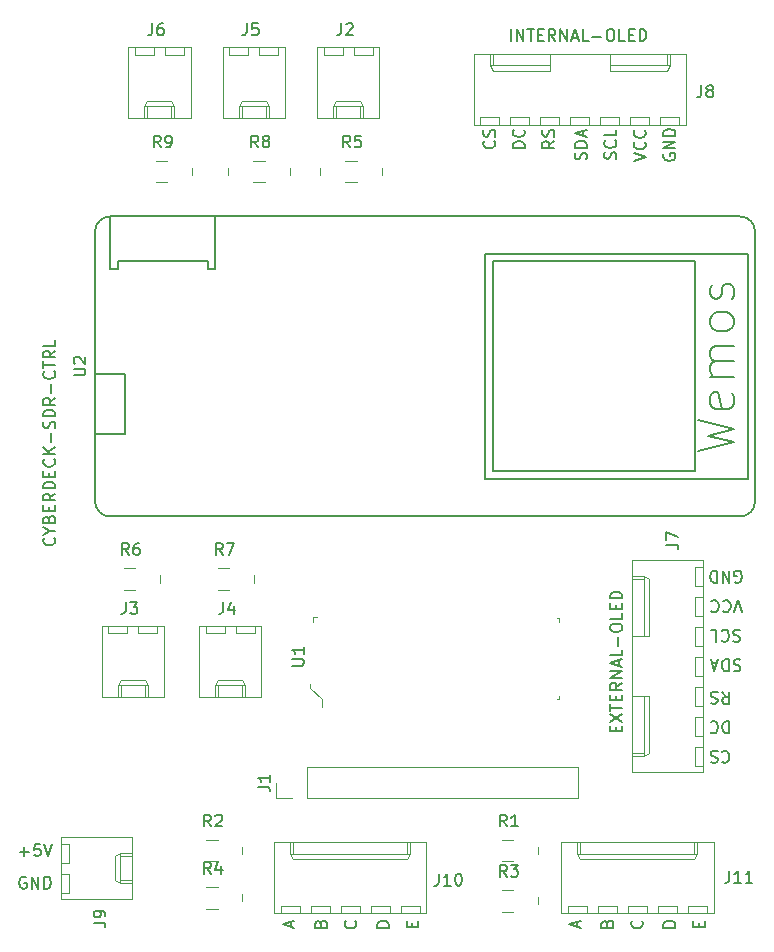
<source format=gto>
G04 #@! TF.GenerationSoftware,KiCad,Pcbnew,(5.1.8)-1*
G04 #@! TF.CreationDate,2021-06-27T16:21:36+02:00*
G04 #@! TF.ProjectId,sdr-controller,7364722d-636f-46e7-9472-6f6c6c65722e,rev?*
G04 #@! TF.SameCoordinates,Original*
G04 #@! TF.FileFunction,Legend,Top*
G04 #@! TF.FilePolarity,Positive*
%FSLAX46Y46*%
G04 Gerber Fmt 4.6, Leading zero omitted, Abs format (unit mm)*
G04 Created by KiCad (PCBNEW (5.1.8)-1) date 2021-06-27 16:21:37*
%MOMM*%
%LPD*%
G01*
G04 APERTURE LIST*
%ADD10C,0.200000*%
%ADD11C,0.150000*%
%ADD12C,0.120000*%
%ADD13C,0.100000*%
%ADD14R,2.000000X2.600000*%
%ADD15O,2.000000X2.600000*%
%ADD16R,2.600000X2.000000*%
%ADD17O,2.600000X2.000000*%
%ADD18R,1.500000X1.800000*%
%ADD19C,1.800000*%
%ADD20C,1.600000*%
%ADD21R,1.600000X1.600000*%
%ADD22R,1.700000X1.700000*%
%ADD23O,1.700000X1.700000*%
G04 APERTURE END LIST*
D10*
X43357142Y-80523809D02*
X43404761Y-80571428D01*
X43452380Y-80714285D01*
X43452380Y-80809523D01*
X43404761Y-80952380D01*
X43309523Y-81047619D01*
X43214285Y-81095238D01*
X43023809Y-81142857D01*
X42880952Y-81142857D01*
X42690476Y-81095238D01*
X42595238Y-81047619D01*
X42500000Y-80952380D01*
X42452380Y-80809523D01*
X42452380Y-80714285D01*
X42500000Y-80571428D01*
X42547619Y-80523809D01*
X42976190Y-79904761D02*
X43452380Y-79904761D01*
X42452380Y-80238095D02*
X42976190Y-79904761D01*
X42452380Y-79571428D01*
X42928571Y-78904761D02*
X42976190Y-78761904D01*
X43023809Y-78714285D01*
X43119047Y-78666666D01*
X43261904Y-78666666D01*
X43357142Y-78714285D01*
X43404761Y-78761904D01*
X43452380Y-78857142D01*
X43452380Y-79238095D01*
X42452380Y-79238095D01*
X42452380Y-78904761D01*
X42500000Y-78809523D01*
X42547619Y-78761904D01*
X42642857Y-78714285D01*
X42738095Y-78714285D01*
X42833333Y-78761904D01*
X42880952Y-78809523D01*
X42928571Y-78904761D01*
X42928571Y-79238095D01*
X42928571Y-78238095D02*
X42928571Y-77904761D01*
X43452380Y-77761904D02*
X43452380Y-78238095D01*
X42452380Y-78238095D01*
X42452380Y-77761904D01*
X43452380Y-76761904D02*
X42976190Y-77095238D01*
X43452380Y-77333333D02*
X42452380Y-77333333D01*
X42452380Y-76952380D01*
X42500000Y-76857142D01*
X42547619Y-76809523D01*
X42642857Y-76761904D01*
X42785714Y-76761904D01*
X42880952Y-76809523D01*
X42928571Y-76857142D01*
X42976190Y-76952380D01*
X42976190Y-77333333D01*
X43452380Y-76333333D02*
X42452380Y-76333333D01*
X42452380Y-76095238D01*
X42500000Y-75952380D01*
X42595238Y-75857142D01*
X42690476Y-75809523D01*
X42880952Y-75761904D01*
X43023809Y-75761904D01*
X43214285Y-75809523D01*
X43309523Y-75857142D01*
X43404761Y-75952380D01*
X43452380Y-76095238D01*
X43452380Y-76333333D01*
X42928571Y-75333333D02*
X42928571Y-75000000D01*
X43452380Y-74857142D02*
X43452380Y-75333333D01*
X42452380Y-75333333D01*
X42452380Y-74857142D01*
X43357142Y-73857142D02*
X43404761Y-73904761D01*
X43452380Y-74047619D01*
X43452380Y-74142857D01*
X43404761Y-74285714D01*
X43309523Y-74380952D01*
X43214285Y-74428571D01*
X43023809Y-74476190D01*
X42880952Y-74476190D01*
X42690476Y-74428571D01*
X42595238Y-74380952D01*
X42500000Y-74285714D01*
X42452380Y-74142857D01*
X42452380Y-74047619D01*
X42500000Y-73904761D01*
X42547619Y-73857142D01*
X43452380Y-73428571D02*
X42452380Y-73428571D01*
X43452380Y-72857142D02*
X42880952Y-73285714D01*
X42452380Y-72857142D02*
X43023809Y-73428571D01*
X43071428Y-72428571D02*
X43071428Y-71666666D01*
X43404761Y-71238095D02*
X43452380Y-71095238D01*
X43452380Y-70857142D01*
X43404761Y-70761904D01*
X43357142Y-70714285D01*
X43261904Y-70666666D01*
X43166666Y-70666666D01*
X43071428Y-70714285D01*
X43023809Y-70761904D01*
X42976190Y-70857142D01*
X42928571Y-71047619D01*
X42880952Y-71142857D01*
X42833333Y-71190476D01*
X42738095Y-71238095D01*
X42642857Y-71238095D01*
X42547619Y-71190476D01*
X42500000Y-71142857D01*
X42452380Y-71047619D01*
X42452380Y-70809523D01*
X42500000Y-70666666D01*
X43452380Y-70238095D02*
X42452380Y-70238095D01*
X42452380Y-70000000D01*
X42500000Y-69857142D01*
X42595238Y-69761904D01*
X42690476Y-69714285D01*
X42880952Y-69666666D01*
X43023809Y-69666666D01*
X43214285Y-69714285D01*
X43309523Y-69761904D01*
X43404761Y-69857142D01*
X43452380Y-70000000D01*
X43452380Y-70238095D01*
X43452380Y-68666666D02*
X42976190Y-69000000D01*
X43452380Y-69238095D02*
X42452380Y-69238095D01*
X42452380Y-68857142D01*
X42500000Y-68761904D01*
X42547619Y-68714285D01*
X42642857Y-68666666D01*
X42785714Y-68666666D01*
X42880952Y-68714285D01*
X42928571Y-68761904D01*
X42976190Y-68857142D01*
X42976190Y-69238095D01*
X43071428Y-68238095D02*
X43071428Y-67476190D01*
X43357142Y-66428571D02*
X43404761Y-66476190D01*
X43452380Y-66619047D01*
X43452380Y-66714285D01*
X43404761Y-66857142D01*
X43309523Y-66952380D01*
X43214285Y-67000000D01*
X43023809Y-67047619D01*
X42880952Y-67047619D01*
X42690476Y-67000000D01*
X42595238Y-66952380D01*
X42500000Y-66857142D01*
X42452380Y-66714285D01*
X42452380Y-66619047D01*
X42500000Y-66476190D01*
X42547619Y-66428571D01*
X42452380Y-66142857D02*
X42452380Y-65571428D01*
X43452380Y-65857142D02*
X42452380Y-65857142D01*
X43452380Y-64666666D02*
X42976190Y-65000000D01*
X43452380Y-65238095D02*
X42452380Y-65238095D01*
X42452380Y-64857142D01*
X42500000Y-64761904D01*
X42547619Y-64714285D01*
X42642857Y-64666666D01*
X42785714Y-64666666D01*
X42880952Y-64714285D01*
X42928571Y-64761904D01*
X42976190Y-64857142D01*
X42976190Y-65238095D01*
X43452380Y-63761904D02*
X43452380Y-64238095D01*
X42452380Y-64238095D01*
D11*
X40464285Y-107071428D02*
X41226190Y-107071428D01*
X40845238Y-107452380D02*
X40845238Y-106690476D01*
X42178571Y-106452380D02*
X41702380Y-106452380D01*
X41654761Y-106928571D01*
X41702380Y-106880952D01*
X41797619Y-106833333D01*
X42035714Y-106833333D01*
X42130952Y-106880952D01*
X42178571Y-106928571D01*
X42226190Y-107023809D01*
X42226190Y-107261904D01*
X42178571Y-107357142D01*
X42130952Y-107404761D01*
X42035714Y-107452380D01*
X41797619Y-107452380D01*
X41702380Y-107404761D01*
X41654761Y-107357142D01*
X42511904Y-106452380D02*
X42845238Y-107452380D01*
X43178571Y-106452380D01*
X40988095Y-109250000D02*
X40892857Y-109202380D01*
X40750000Y-109202380D01*
X40607142Y-109250000D01*
X40511904Y-109345238D01*
X40464285Y-109440476D01*
X40416666Y-109630952D01*
X40416666Y-109773809D01*
X40464285Y-109964285D01*
X40511904Y-110059523D01*
X40607142Y-110154761D01*
X40750000Y-110202380D01*
X40845238Y-110202380D01*
X40988095Y-110154761D01*
X41035714Y-110107142D01*
X41035714Y-109773809D01*
X40845238Y-109773809D01*
X41464285Y-110202380D02*
X41464285Y-109202380D01*
X42035714Y-110202380D01*
X42035714Y-109202380D01*
X42511904Y-110202380D02*
X42511904Y-109202380D01*
X42750000Y-109202380D01*
X42892857Y-109250000D01*
X42988095Y-109345238D01*
X43035714Y-109440476D01*
X43083333Y-109630952D01*
X43083333Y-109773809D01*
X43035714Y-109964285D01*
X42988095Y-110059523D01*
X42892857Y-110154761D01*
X42750000Y-110202380D01*
X42511904Y-110202380D01*
X87666666Y-113488095D02*
X87666666Y-113011904D01*
X87952380Y-113583333D02*
X86952380Y-113250000D01*
X87952380Y-112916666D01*
X97928571Y-113464285D02*
X97928571Y-113130952D01*
X98452380Y-112988095D02*
X98452380Y-113464285D01*
X97452380Y-113464285D01*
X97452380Y-112988095D01*
X93107142Y-112940476D02*
X93154761Y-112988095D01*
X93202380Y-113130952D01*
X93202380Y-113226190D01*
X93154761Y-113369047D01*
X93059523Y-113464285D01*
X92964285Y-113511904D01*
X92773809Y-113559523D01*
X92630952Y-113559523D01*
X92440476Y-113511904D01*
X92345238Y-113464285D01*
X92250000Y-113369047D01*
X92202380Y-113226190D01*
X92202380Y-113130952D01*
X92250000Y-112988095D01*
X92297619Y-112940476D01*
X95952380Y-113511904D02*
X94952380Y-113511904D01*
X94952380Y-113273809D01*
X95000000Y-113130952D01*
X95095238Y-113035714D01*
X95190476Y-112988095D01*
X95380952Y-112940476D01*
X95523809Y-112940476D01*
X95714285Y-112988095D01*
X95809523Y-113035714D01*
X95904761Y-113130952D01*
X95952380Y-113273809D01*
X95952380Y-113511904D01*
X90178571Y-113178571D02*
X90226190Y-113035714D01*
X90273809Y-112988095D01*
X90369047Y-112940476D01*
X90511904Y-112940476D01*
X90607142Y-112988095D01*
X90654761Y-113035714D01*
X90702380Y-113130952D01*
X90702380Y-113511904D01*
X89702380Y-113511904D01*
X89702380Y-113178571D01*
X89750000Y-113083333D01*
X89797619Y-113035714D01*
X89892857Y-112988095D01*
X89988095Y-112988095D01*
X90083333Y-113035714D01*
X90130952Y-113083333D01*
X90178571Y-113178571D01*
X90178571Y-113511904D01*
X63416666Y-113488095D02*
X63416666Y-113011904D01*
X63702380Y-113583333D02*
X62702380Y-113250000D01*
X63702380Y-112916666D01*
X73678571Y-113464285D02*
X73678571Y-113130952D01*
X74202380Y-112988095D02*
X74202380Y-113464285D01*
X73202380Y-113464285D01*
X73202380Y-112988095D01*
X68857142Y-112940476D02*
X68904761Y-112988095D01*
X68952380Y-113130952D01*
X68952380Y-113226190D01*
X68904761Y-113369047D01*
X68809523Y-113464285D01*
X68714285Y-113511904D01*
X68523809Y-113559523D01*
X68380952Y-113559523D01*
X68190476Y-113511904D01*
X68095238Y-113464285D01*
X68000000Y-113369047D01*
X67952380Y-113226190D01*
X67952380Y-113130952D01*
X68000000Y-112988095D01*
X68047619Y-112940476D01*
X65928571Y-113178571D02*
X65976190Y-113035714D01*
X66023809Y-112988095D01*
X66119047Y-112940476D01*
X66261904Y-112940476D01*
X66357142Y-112988095D01*
X66404761Y-113035714D01*
X66452380Y-113130952D01*
X66452380Y-113511904D01*
X65452380Y-113511904D01*
X65452380Y-113178571D01*
X65500000Y-113083333D01*
X65547619Y-113035714D01*
X65642857Y-112988095D01*
X65738095Y-112988095D01*
X65833333Y-113035714D01*
X65880952Y-113083333D01*
X65928571Y-113178571D01*
X65928571Y-113511904D01*
X71702380Y-113511904D02*
X70702380Y-113511904D01*
X70702380Y-113273809D01*
X70750000Y-113130952D01*
X70845238Y-113035714D01*
X70940476Y-112988095D01*
X71130952Y-112940476D01*
X71273809Y-112940476D01*
X71464285Y-112988095D01*
X71559523Y-113035714D01*
X71654761Y-113130952D01*
X71702380Y-113273809D01*
X71702380Y-113511904D01*
X90928571Y-96880952D02*
X90928571Y-96547619D01*
X91452380Y-96404761D02*
X91452380Y-96880952D01*
X90452380Y-96880952D01*
X90452380Y-96404761D01*
X90452380Y-96071428D02*
X91452380Y-95404761D01*
X90452380Y-95404761D02*
X91452380Y-96071428D01*
X90452380Y-95166666D02*
X90452380Y-94595238D01*
X91452380Y-94880952D02*
X90452380Y-94880952D01*
X90928571Y-94261904D02*
X90928571Y-93928571D01*
X91452380Y-93785714D02*
X91452380Y-94261904D01*
X90452380Y-94261904D01*
X90452380Y-93785714D01*
X91452380Y-92785714D02*
X90976190Y-93119047D01*
X91452380Y-93357142D02*
X90452380Y-93357142D01*
X90452380Y-92976190D01*
X90500000Y-92880952D01*
X90547619Y-92833333D01*
X90642857Y-92785714D01*
X90785714Y-92785714D01*
X90880952Y-92833333D01*
X90928571Y-92880952D01*
X90976190Y-92976190D01*
X90976190Y-93357142D01*
X91452380Y-92357142D02*
X90452380Y-92357142D01*
X91452380Y-91785714D01*
X90452380Y-91785714D01*
X91166666Y-91357142D02*
X91166666Y-90880952D01*
X91452380Y-91452380D02*
X90452380Y-91119047D01*
X91452380Y-90785714D01*
X91452380Y-89976190D02*
X91452380Y-90452380D01*
X90452380Y-90452380D01*
X91071428Y-89642857D02*
X91071428Y-88880952D01*
X90452380Y-88214285D02*
X90452380Y-88023809D01*
X90500000Y-87928571D01*
X90595238Y-87833333D01*
X90785714Y-87785714D01*
X91119047Y-87785714D01*
X91309523Y-87833333D01*
X91404761Y-87928571D01*
X91452380Y-88023809D01*
X91452380Y-88214285D01*
X91404761Y-88309523D01*
X91309523Y-88404761D01*
X91119047Y-88452380D01*
X90785714Y-88452380D01*
X90595238Y-88404761D01*
X90500000Y-88309523D01*
X90452380Y-88214285D01*
X91452380Y-86880952D02*
X91452380Y-87357142D01*
X90452380Y-87357142D01*
X90928571Y-86547619D02*
X90928571Y-86214285D01*
X91452380Y-86071428D02*
X91452380Y-86547619D01*
X90452380Y-86547619D01*
X90452380Y-86071428D01*
X91452380Y-85642857D02*
X90452380Y-85642857D01*
X90452380Y-85404761D01*
X90500000Y-85261904D01*
X90595238Y-85166666D01*
X90690476Y-85119047D01*
X90880952Y-85071428D01*
X91023809Y-85071428D01*
X91214285Y-85119047D01*
X91309523Y-85166666D01*
X91404761Y-85261904D01*
X91452380Y-85404761D01*
X91452380Y-85642857D01*
X99916666Y-93547619D02*
X100250000Y-94023809D01*
X100488095Y-93547619D02*
X100488095Y-94547619D01*
X100107142Y-94547619D01*
X100011904Y-94500000D01*
X99964285Y-94452380D01*
X99916666Y-94357142D01*
X99916666Y-94214285D01*
X99964285Y-94119047D01*
X100011904Y-94071428D01*
X100107142Y-94023809D01*
X100488095Y-94023809D01*
X99535714Y-93595238D02*
X99392857Y-93547619D01*
X99154761Y-93547619D01*
X99059523Y-93595238D01*
X99011904Y-93642857D01*
X98964285Y-93738095D01*
X98964285Y-93833333D01*
X99011904Y-93928571D01*
X99059523Y-93976190D01*
X99154761Y-94023809D01*
X99345238Y-94071428D01*
X99440476Y-94119047D01*
X99488095Y-94166666D01*
X99535714Y-94261904D01*
X99535714Y-94357142D01*
X99488095Y-94452380D01*
X99440476Y-94500000D01*
X99345238Y-94547619D01*
X99107142Y-94547619D01*
X98964285Y-94500000D01*
X101583333Y-86797619D02*
X101250000Y-85797619D01*
X100916666Y-86797619D01*
X100011904Y-85892857D02*
X100059523Y-85845238D01*
X100202380Y-85797619D01*
X100297619Y-85797619D01*
X100440476Y-85845238D01*
X100535714Y-85940476D01*
X100583333Y-86035714D01*
X100630952Y-86226190D01*
X100630952Y-86369047D01*
X100583333Y-86559523D01*
X100535714Y-86654761D01*
X100440476Y-86750000D01*
X100297619Y-86797619D01*
X100202380Y-86797619D01*
X100059523Y-86750000D01*
X100011904Y-86702380D01*
X99011904Y-85892857D02*
X99059523Y-85845238D01*
X99202380Y-85797619D01*
X99297619Y-85797619D01*
X99440476Y-85845238D01*
X99535714Y-85940476D01*
X99583333Y-86035714D01*
X99630952Y-86226190D01*
X99630952Y-86369047D01*
X99583333Y-86559523D01*
X99535714Y-86654761D01*
X99440476Y-86750000D01*
X99297619Y-86797619D01*
X99202380Y-86797619D01*
X99059523Y-86750000D01*
X99011904Y-86702380D01*
X100511904Y-96047619D02*
X100511904Y-97047619D01*
X100273809Y-97047619D01*
X100130952Y-97000000D01*
X100035714Y-96904761D01*
X99988095Y-96809523D01*
X99940476Y-96619047D01*
X99940476Y-96476190D01*
X99988095Y-96285714D01*
X100035714Y-96190476D01*
X100130952Y-96095238D01*
X100273809Y-96047619D01*
X100511904Y-96047619D01*
X98940476Y-96142857D02*
X98988095Y-96095238D01*
X99130952Y-96047619D01*
X99226190Y-96047619D01*
X99369047Y-96095238D01*
X99464285Y-96190476D01*
X99511904Y-96285714D01*
X99559523Y-96476190D01*
X99559523Y-96619047D01*
X99511904Y-96809523D01*
X99464285Y-96904761D01*
X99369047Y-97000000D01*
X99226190Y-97047619D01*
X99130952Y-97047619D01*
X98988095Y-97000000D01*
X98940476Y-96952380D01*
X101464285Y-90845238D02*
X101321428Y-90797619D01*
X101083333Y-90797619D01*
X100988095Y-90845238D01*
X100940476Y-90892857D01*
X100892857Y-90988095D01*
X100892857Y-91083333D01*
X100940476Y-91178571D01*
X100988095Y-91226190D01*
X101083333Y-91273809D01*
X101273809Y-91321428D01*
X101369047Y-91369047D01*
X101416666Y-91416666D01*
X101464285Y-91511904D01*
X101464285Y-91607142D01*
X101416666Y-91702380D01*
X101369047Y-91750000D01*
X101273809Y-91797619D01*
X101035714Y-91797619D01*
X100892857Y-91750000D01*
X100464285Y-90797619D02*
X100464285Y-91797619D01*
X100226190Y-91797619D01*
X100083333Y-91750000D01*
X99988095Y-91654761D01*
X99940476Y-91559523D01*
X99892857Y-91369047D01*
X99892857Y-91226190D01*
X99940476Y-91035714D01*
X99988095Y-90940476D01*
X100083333Y-90845238D01*
X100226190Y-90797619D01*
X100464285Y-90797619D01*
X99511904Y-91083333D02*
X99035714Y-91083333D01*
X99607142Y-90797619D02*
X99273809Y-91797619D01*
X98940476Y-90797619D01*
X101440476Y-88345238D02*
X101297619Y-88297619D01*
X101059523Y-88297619D01*
X100964285Y-88345238D01*
X100916666Y-88392857D01*
X100869047Y-88488095D01*
X100869047Y-88583333D01*
X100916666Y-88678571D01*
X100964285Y-88726190D01*
X101059523Y-88773809D01*
X101250000Y-88821428D01*
X101345238Y-88869047D01*
X101392857Y-88916666D01*
X101440476Y-89011904D01*
X101440476Y-89107142D01*
X101392857Y-89202380D01*
X101345238Y-89250000D01*
X101250000Y-89297619D01*
X101011904Y-89297619D01*
X100869047Y-89250000D01*
X99869047Y-88392857D02*
X99916666Y-88345238D01*
X100059523Y-88297619D01*
X100154761Y-88297619D01*
X100297619Y-88345238D01*
X100392857Y-88440476D01*
X100440476Y-88535714D01*
X100488095Y-88726190D01*
X100488095Y-88869047D01*
X100440476Y-89059523D01*
X100392857Y-89154761D01*
X100297619Y-89250000D01*
X100154761Y-89297619D01*
X100059523Y-89297619D01*
X99916666Y-89250000D01*
X99869047Y-89202380D01*
X98964285Y-88297619D02*
X99440476Y-88297619D01*
X99440476Y-89297619D01*
X99916666Y-98642857D02*
X99964285Y-98595238D01*
X100107142Y-98547619D01*
X100202380Y-98547619D01*
X100345238Y-98595238D01*
X100440476Y-98690476D01*
X100488095Y-98785714D01*
X100535714Y-98976190D01*
X100535714Y-99119047D01*
X100488095Y-99309523D01*
X100440476Y-99404761D01*
X100345238Y-99500000D01*
X100202380Y-99547619D01*
X100107142Y-99547619D01*
X99964285Y-99500000D01*
X99916666Y-99452380D01*
X99535714Y-98595238D02*
X99392857Y-98547619D01*
X99154761Y-98547619D01*
X99059523Y-98595238D01*
X99011904Y-98642857D01*
X98964285Y-98738095D01*
X98964285Y-98833333D01*
X99011904Y-98928571D01*
X99059523Y-98976190D01*
X99154761Y-99023809D01*
X99345238Y-99071428D01*
X99440476Y-99119047D01*
X99488095Y-99166666D01*
X99535714Y-99261904D01*
X99535714Y-99357142D01*
X99488095Y-99452380D01*
X99440476Y-99500000D01*
X99345238Y-99547619D01*
X99107142Y-99547619D01*
X98964285Y-99500000D01*
X101011904Y-84250000D02*
X101107142Y-84297619D01*
X101250000Y-84297619D01*
X101392857Y-84250000D01*
X101488095Y-84154761D01*
X101535714Y-84059523D01*
X101583333Y-83869047D01*
X101583333Y-83726190D01*
X101535714Y-83535714D01*
X101488095Y-83440476D01*
X101392857Y-83345238D01*
X101250000Y-83297619D01*
X101154761Y-83297619D01*
X101011904Y-83345238D01*
X100964285Y-83392857D01*
X100964285Y-83726190D01*
X101154761Y-83726190D01*
X100535714Y-83297619D02*
X100535714Y-84297619D01*
X99964285Y-83297619D01*
X99964285Y-84297619D01*
X99488095Y-83297619D02*
X99488095Y-84297619D01*
X99250000Y-84297619D01*
X99107142Y-84250000D01*
X99011904Y-84154761D01*
X98964285Y-84059523D01*
X98916666Y-83869047D01*
X98916666Y-83726190D01*
X98964285Y-83535714D01*
X99011904Y-83440476D01*
X99107142Y-83345238D01*
X99250000Y-83297619D01*
X99488095Y-83297619D01*
X95000000Y-48011904D02*
X94952380Y-48107142D01*
X94952380Y-48250000D01*
X95000000Y-48392857D01*
X95095238Y-48488095D01*
X95190476Y-48535714D01*
X95380952Y-48583333D01*
X95523809Y-48583333D01*
X95714285Y-48535714D01*
X95809523Y-48488095D01*
X95904761Y-48392857D01*
X95952380Y-48250000D01*
X95952380Y-48154761D01*
X95904761Y-48011904D01*
X95857142Y-47964285D01*
X95523809Y-47964285D01*
X95523809Y-48154761D01*
X95952380Y-47535714D02*
X94952380Y-47535714D01*
X95952380Y-46964285D01*
X94952380Y-46964285D01*
X95952380Y-46488095D02*
X94952380Y-46488095D01*
X94952380Y-46250000D01*
X95000000Y-46107142D01*
X95095238Y-46011904D01*
X95190476Y-45964285D01*
X95380952Y-45916666D01*
X95523809Y-45916666D01*
X95714285Y-45964285D01*
X95809523Y-46011904D01*
X95904761Y-46107142D01*
X95952380Y-46250000D01*
X95952380Y-46488095D01*
X92452380Y-48583333D02*
X93452380Y-48250000D01*
X92452380Y-47916666D01*
X93357142Y-47011904D02*
X93404761Y-47059523D01*
X93452380Y-47202380D01*
X93452380Y-47297619D01*
X93404761Y-47440476D01*
X93309523Y-47535714D01*
X93214285Y-47583333D01*
X93023809Y-47630952D01*
X92880952Y-47630952D01*
X92690476Y-47583333D01*
X92595238Y-47535714D01*
X92500000Y-47440476D01*
X92452380Y-47297619D01*
X92452380Y-47202380D01*
X92500000Y-47059523D01*
X92547619Y-47011904D01*
X93357142Y-46011904D02*
X93404761Y-46059523D01*
X93452380Y-46202380D01*
X93452380Y-46297619D01*
X93404761Y-46440476D01*
X93309523Y-46535714D01*
X93214285Y-46583333D01*
X93023809Y-46630952D01*
X92880952Y-46630952D01*
X92690476Y-46583333D01*
X92595238Y-46535714D01*
X92500000Y-46440476D01*
X92452380Y-46297619D01*
X92452380Y-46202380D01*
X92500000Y-46059523D01*
X92547619Y-46011904D01*
X90904761Y-48440476D02*
X90952380Y-48297619D01*
X90952380Y-48059523D01*
X90904761Y-47964285D01*
X90857142Y-47916666D01*
X90761904Y-47869047D01*
X90666666Y-47869047D01*
X90571428Y-47916666D01*
X90523809Y-47964285D01*
X90476190Y-48059523D01*
X90428571Y-48250000D01*
X90380952Y-48345238D01*
X90333333Y-48392857D01*
X90238095Y-48440476D01*
X90142857Y-48440476D01*
X90047619Y-48392857D01*
X90000000Y-48345238D01*
X89952380Y-48250000D01*
X89952380Y-48011904D01*
X90000000Y-47869047D01*
X90857142Y-46869047D02*
X90904761Y-46916666D01*
X90952380Y-47059523D01*
X90952380Y-47154761D01*
X90904761Y-47297619D01*
X90809523Y-47392857D01*
X90714285Y-47440476D01*
X90523809Y-47488095D01*
X90380952Y-47488095D01*
X90190476Y-47440476D01*
X90095238Y-47392857D01*
X90000000Y-47297619D01*
X89952380Y-47154761D01*
X89952380Y-47059523D01*
X90000000Y-46916666D01*
X90047619Y-46869047D01*
X90952380Y-45964285D02*
X90952380Y-46440476D01*
X89952380Y-46440476D01*
X88404761Y-48464285D02*
X88452380Y-48321428D01*
X88452380Y-48083333D01*
X88404761Y-47988095D01*
X88357142Y-47940476D01*
X88261904Y-47892857D01*
X88166666Y-47892857D01*
X88071428Y-47940476D01*
X88023809Y-47988095D01*
X87976190Y-48083333D01*
X87928571Y-48273809D01*
X87880952Y-48369047D01*
X87833333Y-48416666D01*
X87738095Y-48464285D01*
X87642857Y-48464285D01*
X87547619Y-48416666D01*
X87500000Y-48369047D01*
X87452380Y-48273809D01*
X87452380Y-48035714D01*
X87500000Y-47892857D01*
X88452380Y-47464285D02*
X87452380Y-47464285D01*
X87452380Y-47226190D01*
X87500000Y-47083333D01*
X87595238Y-46988095D01*
X87690476Y-46940476D01*
X87880952Y-46892857D01*
X88023809Y-46892857D01*
X88214285Y-46940476D01*
X88309523Y-46988095D01*
X88404761Y-47083333D01*
X88452380Y-47226190D01*
X88452380Y-47464285D01*
X88166666Y-46511904D02*
X88166666Y-46035714D01*
X88452380Y-46607142D02*
X87452380Y-46273809D01*
X88452380Y-45940476D01*
X85702380Y-46916666D02*
X85226190Y-47250000D01*
X85702380Y-47488095D02*
X84702380Y-47488095D01*
X84702380Y-47107142D01*
X84750000Y-47011904D01*
X84797619Y-46964285D01*
X84892857Y-46916666D01*
X85035714Y-46916666D01*
X85130952Y-46964285D01*
X85178571Y-47011904D01*
X85226190Y-47107142D01*
X85226190Y-47488095D01*
X85654761Y-46535714D02*
X85702380Y-46392857D01*
X85702380Y-46154761D01*
X85654761Y-46059523D01*
X85607142Y-46011904D01*
X85511904Y-45964285D01*
X85416666Y-45964285D01*
X85321428Y-46011904D01*
X85273809Y-46059523D01*
X85226190Y-46154761D01*
X85178571Y-46345238D01*
X85130952Y-46440476D01*
X85083333Y-46488095D01*
X84988095Y-46535714D01*
X84892857Y-46535714D01*
X84797619Y-46488095D01*
X84750000Y-46440476D01*
X84702380Y-46345238D01*
X84702380Y-46107142D01*
X84750000Y-45964285D01*
X83202380Y-47511904D02*
X82202380Y-47511904D01*
X82202380Y-47273809D01*
X82250000Y-47130952D01*
X82345238Y-47035714D01*
X82440476Y-46988095D01*
X82630952Y-46940476D01*
X82773809Y-46940476D01*
X82964285Y-46988095D01*
X83059523Y-47035714D01*
X83154761Y-47130952D01*
X83202380Y-47273809D01*
X83202380Y-47511904D01*
X83107142Y-45940476D02*
X83154761Y-45988095D01*
X83202380Y-46130952D01*
X83202380Y-46226190D01*
X83154761Y-46369047D01*
X83059523Y-46464285D01*
X82964285Y-46511904D01*
X82773809Y-46559523D01*
X82630952Y-46559523D01*
X82440476Y-46511904D01*
X82345238Y-46464285D01*
X82250000Y-46369047D01*
X82202380Y-46226190D01*
X82202380Y-46130952D01*
X82250000Y-45988095D01*
X82297619Y-45940476D01*
X80607142Y-46916666D02*
X80654761Y-46964285D01*
X80702380Y-47107142D01*
X80702380Y-47202380D01*
X80654761Y-47345238D01*
X80559523Y-47440476D01*
X80464285Y-47488095D01*
X80273809Y-47535714D01*
X80130952Y-47535714D01*
X79940476Y-47488095D01*
X79845238Y-47440476D01*
X79750000Y-47345238D01*
X79702380Y-47202380D01*
X79702380Y-47107142D01*
X79750000Y-46964285D01*
X79797619Y-46916666D01*
X80654761Y-46535714D02*
X80702380Y-46392857D01*
X80702380Y-46154761D01*
X80654761Y-46059523D01*
X80607142Y-46011904D01*
X80511904Y-45964285D01*
X80416666Y-45964285D01*
X80321428Y-46011904D01*
X80273809Y-46059523D01*
X80226190Y-46154761D01*
X80178571Y-46345238D01*
X80130952Y-46440476D01*
X80083333Y-46488095D01*
X79988095Y-46535714D01*
X79892857Y-46535714D01*
X79797619Y-46488095D01*
X79750000Y-46440476D01*
X79702380Y-46345238D01*
X79702380Y-46107142D01*
X79750000Y-45964285D01*
X82035714Y-38452380D02*
X82035714Y-37452380D01*
X82511904Y-38452380D02*
X82511904Y-37452380D01*
X83083333Y-38452380D01*
X83083333Y-37452380D01*
X83416666Y-37452380D02*
X83988095Y-37452380D01*
X83702380Y-38452380D02*
X83702380Y-37452380D01*
X84321428Y-37928571D02*
X84654761Y-37928571D01*
X84797619Y-38452380D02*
X84321428Y-38452380D01*
X84321428Y-37452380D01*
X84797619Y-37452380D01*
X85797619Y-38452380D02*
X85464285Y-37976190D01*
X85226190Y-38452380D02*
X85226190Y-37452380D01*
X85607142Y-37452380D01*
X85702380Y-37500000D01*
X85750000Y-37547619D01*
X85797619Y-37642857D01*
X85797619Y-37785714D01*
X85750000Y-37880952D01*
X85702380Y-37928571D01*
X85607142Y-37976190D01*
X85226190Y-37976190D01*
X86226190Y-38452380D02*
X86226190Y-37452380D01*
X86797619Y-38452380D01*
X86797619Y-37452380D01*
X87226190Y-38166666D02*
X87702380Y-38166666D01*
X87130952Y-38452380D02*
X87464285Y-37452380D01*
X87797619Y-38452380D01*
X88607142Y-38452380D02*
X88130952Y-38452380D01*
X88130952Y-37452380D01*
X88940476Y-38071428D02*
X89702380Y-38071428D01*
X90369047Y-37452380D02*
X90559523Y-37452380D01*
X90654761Y-37500000D01*
X90750000Y-37595238D01*
X90797619Y-37785714D01*
X90797619Y-38119047D01*
X90750000Y-38309523D01*
X90654761Y-38404761D01*
X90559523Y-38452380D01*
X90369047Y-38452380D01*
X90273809Y-38404761D01*
X90178571Y-38309523D01*
X90130952Y-38119047D01*
X90130952Y-37785714D01*
X90178571Y-37595238D01*
X90273809Y-37500000D01*
X90369047Y-37452380D01*
X91702380Y-38452380D02*
X91226190Y-38452380D01*
X91226190Y-37452380D01*
X92035714Y-37928571D02*
X92369047Y-37928571D01*
X92511904Y-38452380D02*
X92035714Y-38452380D01*
X92035714Y-37452380D01*
X92511904Y-37452380D01*
X92940476Y-38452380D02*
X92940476Y-37452380D01*
X93178571Y-37452380D01*
X93321428Y-37500000D01*
X93416666Y-37595238D01*
X93464285Y-37690476D01*
X93511904Y-37880952D01*
X93511904Y-38023809D01*
X93464285Y-38214285D01*
X93416666Y-38309523D01*
X93321428Y-38404761D01*
X93178571Y-38452380D01*
X92940476Y-38452380D01*
D12*
X86870000Y-111650000D02*
X86870000Y-112270000D01*
X88470000Y-111650000D02*
X86870000Y-111650000D01*
X88470000Y-112270000D02*
X88470000Y-111650000D01*
X89410000Y-111650000D02*
X89410000Y-112270000D01*
X91010000Y-111650000D02*
X89410000Y-111650000D01*
X91010000Y-112270000D02*
X91010000Y-111650000D01*
X91950000Y-111650000D02*
X91950000Y-112270000D01*
X93550000Y-111650000D02*
X91950000Y-111650000D01*
X93550000Y-112270000D02*
X93550000Y-111650000D01*
X94490000Y-111650000D02*
X94490000Y-112270000D01*
X96090000Y-111650000D02*
X94490000Y-111650000D01*
X96090000Y-112270000D02*
X96090000Y-111650000D01*
X97030000Y-111650000D02*
X97030000Y-112270000D01*
X98630000Y-111650000D02*
X97030000Y-111650000D01*
X98630000Y-112270000D02*
X98630000Y-111650000D01*
X87920000Y-106270000D02*
X87920000Y-107270000D01*
X97580000Y-106270000D02*
X97580000Y-107270000D01*
X87920000Y-107700000D02*
X87670000Y-107270000D01*
X97580000Y-107700000D02*
X87920000Y-107700000D01*
X97830000Y-107270000D02*
X97580000Y-107700000D01*
X87670000Y-107270000D02*
X87670000Y-106270000D01*
X97830000Y-107270000D02*
X87670000Y-107270000D01*
X97830000Y-106270000D02*
X97830000Y-107270000D01*
X86300000Y-112270000D02*
X99200000Y-112270000D01*
X86300000Y-106270000D02*
X86300000Y-112270000D01*
X99200000Y-106270000D02*
X86300000Y-106270000D01*
X99200000Y-112270000D02*
X99200000Y-106270000D01*
X62540000Y-111650000D02*
X62540000Y-112270000D01*
X64140000Y-111650000D02*
X62540000Y-111650000D01*
X64140000Y-112270000D02*
X64140000Y-111650000D01*
X65080000Y-111650000D02*
X65080000Y-112270000D01*
X66680000Y-111650000D02*
X65080000Y-111650000D01*
X66680000Y-112270000D02*
X66680000Y-111650000D01*
X67620000Y-111650000D02*
X67620000Y-112270000D01*
X69220000Y-111650000D02*
X67620000Y-111650000D01*
X69220000Y-112270000D02*
X69220000Y-111650000D01*
X70160000Y-111650000D02*
X70160000Y-112270000D01*
X71760000Y-111650000D02*
X70160000Y-111650000D01*
X71760000Y-112270000D02*
X71760000Y-111650000D01*
X72700000Y-111650000D02*
X72700000Y-112270000D01*
X74300000Y-111650000D02*
X72700000Y-111650000D01*
X74300000Y-112270000D02*
X74300000Y-111650000D01*
X63590000Y-106270000D02*
X63590000Y-107270000D01*
X73250000Y-106270000D02*
X73250000Y-107270000D01*
X63590000Y-107700000D02*
X63340000Y-107270000D01*
X73250000Y-107700000D02*
X63590000Y-107700000D01*
X73500000Y-107270000D02*
X73250000Y-107700000D01*
X63340000Y-107270000D02*
X63340000Y-106270000D01*
X73500000Y-107270000D02*
X63340000Y-107270000D01*
X73500000Y-106270000D02*
X73500000Y-107270000D01*
X61970000Y-112270000D02*
X74870000Y-112270000D01*
X61970000Y-106270000D02*
X61970000Y-112270000D01*
X74870000Y-106270000D02*
X61970000Y-106270000D01*
X74870000Y-112270000D02*
X74870000Y-106270000D01*
X44600000Y-106410000D02*
X43980000Y-106410000D01*
X44600000Y-108010000D02*
X44600000Y-106410000D01*
X43980000Y-108010000D02*
X44600000Y-108010000D01*
X44600000Y-108950000D02*
X43980000Y-108950000D01*
X44600000Y-110550000D02*
X44600000Y-108950000D01*
X43980000Y-110550000D02*
X44600000Y-110550000D01*
X49980000Y-107460000D02*
X48980000Y-107460000D01*
X49980000Y-109500000D02*
X48980000Y-109500000D01*
X48550000Y-107460000D02*
X48980000Y-107210000D01*
X48550000Y-109500000D02*
X48550000Y-107460000D01*
X48980000Y-109750000D02*
X48550000Y-109500000D01*
X48980000Y-107210000D02*
X49980000Y-107210000D01*
X48980000Y-109750000D02*
X48980000Y-107210000D01*
X49980000Y-109750000D02*
X48980000Y-109750000D01*
X43980000Y-105840000D02*
X43980000Y-111120000D01*
X49980000Y-105840000D02*
X43980000Y-105840000D01*
X49980000Y-111120000D02*
X49980000Y-105840000D01*
X43980000Y-111120000D02*
X49980000Y-111120000D01*
X79460000Y-44900000D02*
X79460000Y-45520000D01*
X81060000Y-44900000D02*
X79460000Y-44900000D01*
X81060000Y-45520000D02*
X81060000Y-44900000D01*
X82000000Y-44900000D02*
X82000000Y-45520000D01*
X83600000Y-44900000D02*
X82000000Y-44900000D01*
X83600000Y-45520000D02*
X83600000Y-44900000D01*
X84540000Y-44900000D02*
X84540000Y-45520000D01*
X86140000Y-44900000D02*
X84540000Y-44900000D01*
X86140000Y-45520000D02*
X86140000Y-44900000D01*
X87080000Y-44900000D02*
X87080000Y-45520000D01*
X88680000Y-44900000D02*
X87080000Y-44900000D01*
X88680000Y-45520000D02*
X88680000Y-44900000D01*
X89620000Y-44900000D02*
X89620000Y-45520000D01*
X91220000Y-44900000D02*
X89620000Y-44900000D01*
X91220000Y-45520000D02*
X91220000Y-44900000D01*
X92160000Y-44900000D02*
X92160000Y-45520000D01*
X93760000Y-44900000D02*
X92160000Y-44900000D01*
X93760000Y-45520000D02*
X93760000Y-44900000D01*
X94700000Y-44900000D02*
X94700000Y-45520000D01*
X96300000Y-44900000D02*
X94700000Y-44900000D01*
X96300000Y-45520000D02*
X96300000Y-44900000D01*
X80510000Y-39520000D02*
X80510000Y-40520000D01*
X85340000Y-40950000D02*
X85340000Y-40520000D01*
X80510000Y-40950000D02*
X85340000Y-40950000D01*
X80260000Y-40520000D02*
X80510000Y-40950000D01*
X85340000Y-40520000D02*
X85340000Y-39520000D01*
X80260000Y-40520000D02*
X85340000Y-40520000D01*
X80260000Y-39520000D02*
X80260000Y-40520000D01*
X95250000Y-39520000D02*
X95250000Y-40520000D01*
X90420000Y-40950000D02*
X90420000Y-40520000D01*
X95250000Y-40950000D02*
X90420000Y-40950000D01*
X95500000Y-40520000D02*
X95250000Y-40950000D01*
X90420000Y-40520000D02*
X90420000Y-39520000D01*
X95500000Y-40520000D02*
X90420000Y-40520000D01*
X95500000Y-39520000D02*
X95500000Y-40520000D01*
X78890000Y-45520000D02*
X96870000Y-45520000D01*
X78890000Y-39520000D02*
X78890000Y-45520000D01*
X96870000Y-39520000D02*
X78890000Y-39520000D01*
X96870000Y-45520000D02*
X96870000Y-39520000D01*
X97650000Y-99790000D02*
X98270000Y-99790000D01*
X97650000Y-98190000D02*
X97650000Y-99790000D01*
X98270000Y-98190000D02*
X97650000Y-98190000D01*
X97650000Y-97250000D02*
X98270000Y-97250000D01*
X97650000Y-95650000D02*
X97650000Y-97250000D01*
X98270000Y-95650000D02*
X97650000Y-95650000D01*
X97650000Y-94710000D02*
X98270000Y-94710000D01*
X97650000Y-93110000D02*
X97650000Y-94710000D01*
X98270000Y-93110000D02*
X97650000Y-93110000D01*
X97650000Y-92170000D02*
X98270000Y-92170000D01*
X97650000Y-90570000D02*
X97650000Y-92170000D01*
X98270000Y-90570000D02*
X97650000Y-90570000D01*
X97650000Y-89630000D02*
X98270000Y-89630000D01*
X97650000Y-88030000D02*
X97650000Y-89630000D01*
X98270000Y-88030000D02*
X97650000Y-88030000D01*
X97650000Y-87090000D02*
X98270000Y-87090000D01*
X97650000Y-85490000D02*
X97650000Y-87090000D01*
X98270000Y-85490000D02*
X97650000Y-85490000D01*
X97650000Y-84550000D02*
X98270000Y-84550000D01*
X97650000Y-82950000D02*
X97650000Y-84550000D01*
X98270000Y-82950000D02*
X97650000Y-82950000D01*
X92270000Y-98740000D02*
X93270000Y-98740000D01*
X93700000Y-93910000D02*
X93270000Y-93910000D01*
X93700000Y-98740000D02*
X93700000Y-93910000D01*
X93270000Y-98990000D02*
X93700000Y-98740000D01*
X93270000Y-93910000D02*
X92270000Y-93910000D01*
X93270000Y-98990000D02*
X93270000Y-93910000D01*
X92270000Y-98990000D02*
X93270000Y-98990000D01*
X92270000Y-84000000D02*
X93270000Y-84000000D01*
X93700000Y-88830000D02*
X93270000Y-88830000D01*
X93700000Y-84000000D02*
X93700000Y-88830000D01*
X93270000Y-83750000D02*
X93700000Y-84000000D01*
X93270000Y-88830000D02*
X92270000Y-88830000D01*
X93270000Y-83750000D02*
X93270000Y-88830000D01*
X92270000Y-83750000D02*
X93270000Y-83750000D01*
X98270000Y-100360000D02*
X98270000Y-82380000D01*
X92270000Y-100360000D02*
X98270000Y-100360000D01*
X92270000Y-82380000D02*
X92270000Y-100360000D01*
X98270000Y-82380000D02*
X92270000Y-82380000D01*
X54340000Y-39600000D02*
X54340000Y-38980000D01*
X52740000Y-39600000D02*
X54340000Y-39600000D01*
X52740000Y-38980000D02*
X52740000Y-39600000D01*
X51800000Y-39600000D02*
X51800000Y-38980000D01*
X50200000Y-39600000D02*
X51800000Y-39600000D01*
X50200000Y-38980000D02*
X50200000Y-39600000D01*
X53290000Y-44980000D02*
X53290000Y-43980000D01*
X51250000Y-44980000D02*
X51250000Y-43980000D01*
X53290000Y-43550000D02*
X53540000Y-43980000D01*
X51250000Y-43550000D02*
X53290000Y-43550000D01*
X51000000Y-43980000D02*
X51250000Y-43550000D01*
X53540000Y-43980000D02*
X53540000Y-44980000D01*
X51000000Y-43980000D02*
X53540000Y-43980000D01*
X51000000Y-44980000D02*
X51000000Y-43980000D01*
X54910000Y-38980000D02*
X49630000Y-38980000D01*
X54910000Y-44980000D02*
X54910000Y-38980000D01*
X49630000Y-44980000D02*
X54910000Y-44980000D01*
X49630000Y-38980000D02*
X49630000Y-44980000D01*
X62340000Y-39600000D02*
X62340000Y-38980000D01*
X60740000Y-39600000D02*
X62340000Y-39600000D01*
X60740000Y-38980000D02*
X60740000Y-39600000D01*
X59800000Y-39600000D02*
X59800000Y-38980000D01*
X58200000Y-39600000D02*
X59800000Y-39600000D01*
X58200000Y-38980000D02*
X58200000Y-39600000D01*
X61290000Y-44980000D02*
X61290000Y-43980000D01*
X59250000Y-44980000D02*
X59250000Y-43980000D01*
X61290000Y-43550000D02*
X61540000Y-43980000D01*
X59250000Y-43550000D02*
X61290000Y-43550000D01*
X59000000Y-43980000D02*
X59250000Y-43550000D01*
X61540000Y-43980000D02*
X61540000Y-44980000D01*
X59000000Y-43980000D02*
X61540000Y-43980000D01*
X59000000Y-44980000D02*
X59000000Y-43980000D01*
X62910000Y-38980000D02*
X57630000Y-38980000D01*
X62910000Y-44980000D02*
X62910000Y-38980000D01*
X57630000Y-44980000D02*
X62910000Y-44980000D01*
X57630000Y-38980000D02*
X57630000Y-44980000D01*
X60340000Y-88600000D02*
X60340000Y-87980000D01*
X58740000Y-88600000D02*
X60340000Y-88600000D01*
X58740000Y-87980000D02*
X58740000Y-88600000D01*
X57800000Y-88600000D02*
X57800000Y-87980000D01*
X56200000Y-88600000D02*
X57800000Y-88600000D01*
X56200000Y-87980000D02*
X56200000Y-88600000D01*
X59290000Y-93980000D02*
X59290000Y-92980000D01*
X57250000Y-93980000D02*
X57250000Y-92980000D01*
X59290000Y-92550000D02*
X59540000Y-92980000D01*
X57250000Y-92550000D02*
X59290000Y-92550000D01*
X57000000Y-92980000D02*
X57250000Y-92550000D01*
X59540000Y-92980000D02*
X59540000Y-93980000D01*
X57000000Y-92980000D02*
X59540000Y-92980000D01*
X57000000Y-93980000D02*
X57000000Y-92980000D01*
X60910000Y-87980000D02*
X55630000Y-87980000D01*
X60910000Y-93980000D02*
X60910000Y-87980000D01*
X55630000Y-93980000D02*
X60910000Y-93980000D01*
X55630000Y-87980000D02*
X55630000Y-93980000D01*
X52090000Y-88600000D02*
X52090000Y-87980000D01*
X50490000Y-88600000D02*
X52090000Y-88600000D01*
X50490000Y-87980000D02*
X50490000Y-88600000D01*
X49550000Y-88600000D02*
X49550000Y-87980000D01*
X47950000Y-88600000D02*
X49550000Y-88600000D01*
X47950000Y-87980000D02*
X47950000Y-88600000D01*
X51040000Y-93980000D02*
X51040000Y-92980000D01*
X49000000Y-93980000D02*
X49000000Y-92980000D01*
X51040000Y-92550000D02*
X51290000Y-92980000D01*
X49000000Y-92550000D02*
X51040000Y-92550000D01*
X48750000Y-92980000D02*
X49000000Y-92550000D01*
X51290000Y-92980000D02*
X51290000Y-93980000D01*
X48750000Y-92980000D02*
X51290000Y-92980000D01*
X48750000Y-93980000D02*
X48750000Y-92980000D01*
X52660000Y-87980000D02*
X47380000Y-87980000D01*
X52660000Y-93980000D02*
X52660000Y-87980000D01*
X47380000Y-93980000D02*
X52660000Y-93980000D01*
X47380000Y-87980000D02*
X47380000Y-93980000D01*
X70340000Y-39600000D02*
X70340000Y-38980000D01*
X68740000Y-39600000D02*
X70340000Y-39600000D01*
X68740000Y-38980000D02*
X68740000Y-39600000D01*
X67800000Y-39600000D02*
X67800000Y-38980000D01*
X66200000Y-39600000D02*
X67800000Y-39600000D01*
X66200000Y-38980000D02*
X66200000Y-39600000D01*
X69290000Y-44980000D02*
X69290000Y-43980000D01*
X67250000Y-44980000D02*
X67250000Y-43980000D01*
X69290000Y-43550000D02*
X69540000Y-43980000D01*
X67250000Y-43550000D02*
X69290000Y-43550000D01*
X67000000Y-43980000D02*
X67250000Y-43550000D01*
X69540000Y-43980000D02*
X69540000Y-44980000D01*
X67000000Y-43980000D02*
X69540000Y-43980000D01*
X67000000Y-44980000D02*
X67000000Y-43980000D01*
X70910000Y-38980000D02*
X65630000Y-38980000D01*
X70910000Y-44980000D02*
X70910000Y-38980000D01*
X65630000Y-44980000D02*
X70910000Y-44980000D01*
X65630000Y-38980000D02*
X65630000Y-44980000D01*
D13*
X52450000Y-48600000D02*
X52950000Y-48600000D01*
X52450000Y-48600000D02*
X51950000Y-48600000D01*
X52450000Y-50400000D02*
X52950000Y-50400000D01*
X52450000Y-50400000D02*
X51950000Y-50400000D01*
X49850000Y-49200000D02*
X49850000Y-49800000D01*
X55050000Y-49200000D02*
X55050000Y-49800000D01*
X60700000Y-48600000D02*
X61200000Y-48600000D01*
X60700000Y-48600000D02*
X60200000Y-48600000D01*
X60700000Y-50400000D02*
X61200000Y-50400000D01*
X60700000Y-50400000D02*
X60200000Y-50400000D01*
X58100000Y-49200000D02*
X58100000Y-49800000D01*
X63300000Y-49200000D02*
X63300000Y-49800000D01*
X57700000Y-83100000D02*
X58200000Y-83100000D01*
X57700000Y-83100000D02*
X57200000Y-83100000D01*
X57700000Y-84900000D02*
X58200000Y-84900000D01*
X57700000Y-84900000D02*
X57200000Y-84900000D01*
X55100000Y-83700000D02*
X55100000Y-84300000D01*
X60300000Y-83700000D02*
X60300000Y-84300000D01*
X49750000Y-83100000D02*
X50250000Y-83100000D01*
X49750000Y-83100000D02*
X49250000Y-83100000D01*
X49750000Y-84900000D02*
X50250000Y-84900000D01*
X49750000Y-84900000D02*
X49250000Y-84900000D01*
X47150000Y-83700000D02*
X47150000Y-84300000D01*
X52350000Y-83700000D02*
X52350000Y-84300000D01*
X68500000Y-48600000D02*
X69000000Y-48600000D01*
X68500000Y-48600000D02*
X68000000Y-48600000D01*
X68500000Y-50400000D02*
X69000000Y-50400000D01*
X68500000Y-50400000D02*
X68000000Y-50400000D01*
X65900000Y-49200000D02*
X65900000Y-49800000D01*
X71100000Y-49200000D02*
X71100000Y-49800000D01*
D11*
X101440000Y-53300000D02*
X48100000Y-53300000D01*
X101440000Y-78700000D02*
X48100000Y-78700000D01*
X46830000Y-54570000D02*
X46830000Y-77430000D01*
X102710000Y-54570000D02*
X102710000Y-77430000D01*
X102075000Y-75525000D02*
X102075000Y-56475000D01*
X79850000Y-75525000D02*
X102075000Y-75525000D01*
X79850000Y-56475000D02*
X79850000Y-75525000D01*
X102075000Y-56475000D02*
X79850000Y-56475000D01*
X97630000Y-74890000D02*
X97630000Y-57110000D01*
X80485000Y-74890000D02*
X97630000Y-74890000D01*
X80485000Y-57110000D02*
X80485000Y-74890000D01*
X97630000Y-57110000D02*
X80485000Y-57110000D01*
X48100000Y-57745000D02*
X48100000Y-53300000D01*
X48735000Y-57745000D02*
X48100000Y-57745000D01*
X48735000Y-57110000D02*
X48735000Y-57745000D01*
X56355000Y-57110000D02*
X48735000Y-57110000D01*
X56355000Y-57745000D02*
X56355000Y-57110000D01*
X56990000Y-57745000D02*
X56355000Y-57745000D01*
X56990000Y-53300000D02*
X56990000Y-57745000D01*
X49370000Y-71715000D02*
X46830000Y-71715000D01*
X49370000Y-66635000D02*
X49370000Y-71715000D01*
X46830000Y-66635000D02*
X49370000Y-66635000D01*
X46830000Y-77430000D02*
G75*
G03*
X48100000Y-78700000I1270000J0D01*
G01*
X48100000Y-53300000D02*
G75*
G03*
X46830000Y-54570000I0J-1270000D01*
G01*
X101440000Y-78700000D02*
G75*
G03*
X102710000Y-77430000I0J1270000D01*
G01*
X102710000Y-54570000D02*
G75*
G03*
X101440000Y-53300000I-1270000J0D01*
G01*
D13*
X85950000Y-94200000D02*
X86150000Y-94200000D01*
X86150000Y-94200000D02*
X86150000Y-93900000D01*
X86150000Y-87600000D02*
X86150000Y-87300000D01*
X86150000Y-87300000D02*
X85950000Y-87300000D01*
X66050000Y-94580000D02*
X66050000Y-94830000D01*
X66050000Y-94200000D02*
X66050000Y-94570000D01*
X65050000Y-92900000D02*
X65050000Y-93200000D01*
X65050000Y-93200000D02*
X66050000Y-94200000D01*
X65640000Y-87220000D02*
X65240000Y-87220000D01*
X65240000Y-87220000D02*
X65240000Y-87620000D01*
X59300000Y-110700000D02*
X59300000Y-111300000D01*
X54100000Y-110700000D02*
X54100000Y-111300000D01*
X56700000Y-111900000D02*
X56200000Y-111900000D01*
X56700000Y-111900000D02*
X57200000Y-111900000D01*
X56700000Y-110100000D02*
X56200000Y-110100000D01*
X56700000Y-110100000D02*
X57200000Y-110100000D01*
X84350000Y-110950000D02*
X84350000Y-111550000D01*
X79150000Y-110950000D02*
X79150000Y-111550000D01*
X81750000Y-112150000D02*
X81250000Y-112150000D01*
X81750000Y-112150000D02*
X82250000Y-112150000D01*
X81750000Y-110350000D02*
X81250000Y-110350000D01*
X81750000Y-110350000D02*
X82250000Y-110350000D01*
X59300000Y-106700000D02*
X59300000Y-107300000D01*
X54100000Y-106700000D02*
X54100000Y-107300000D01*
X56700000Y-107900000D02*
X56200000Y-107900000D01*
X56700000Y-107900000D02*
X57200000Y-107900000D01*
X56700000Y-106100000D02*
X56200000Y-106100000D01*
X56700000Y-106100000D02*
X57200000Y-106100000D01*
X84350000Y-106700000D02*
X84350000Y-107300000D01*
X79150000Y-106700000D02*
X79150000Y-107300000D01*
X81750000Y-107900000D02*
X81250000Y-107900000D01*
X81750000Y-107900000D02*
X82250000Y-107900000D01*
X81750000Y-106100000D02*
X81250000Y-106100000D01*
X81750000Y-106100000D02*
X82250000Y-106100000D01*
D12*
X62170000Y-102580000D02*
X62170000Y-101250000D01*
X63500000Y-102580000D02*
X62170000Y-102580000D01*
X64770000Y-102580000D02*
X64770000Y-99920000D01*
X64770000Y-99920000D02*
X87690000Y-99920000D01*
X64770000Y-102580000D02*
X87690000Y-102580000D01*
X87690000Y-102580000D02*
X87690000Y-99920000D01*
D11*
X100520476Y-108702380D02*
X100520476Y-109416666D01*
X100472857Y-109559523D01*
X100377619Y-109654761D01*
X100234761Y-109702380D01*
X100139523Y-109702380D01*
X101520476Y-109702380D02*
X100949047Y-109702380D01*
X101234761Y-109702380D02*
X101234761Y-108702380D01*
X101139523Y-108845238D01*
X101044285Y-108940476D01*
X100949047Y-108988095D01*
X102472857Y-109702380D02*
X101901428Y-109702380D01*
X102187142Y-109702380D02*
X102187142Y-108702380D01*
X102091904Y-108845238D01*
X101996666Y-108940476D01*
X101901428Y-108988095D01*
X75940476Y-108952380D02*
X75940476Y-109666666D01*
X75892857Y-109809523D01*
X75797619Y-109904761D01*
X75654761Y-109952380D01*
X75559523Y-109952380D01*
X76940476Y-109952380D02*
X76369047Y-109952380D01*
X76654761Y-109952380D02*
X76654761Y-108952380D01*
X76559523Y-109095238D01*
X76464285Y-109190476D01*
X76369047Y-109238095D01*
X77559523Y-108952380D02*
X77654761Y-108952380D01*
X77750000Y-109000000D01*
X77797619Y-109047619D01*
X77845238Y-109142857D01*
X77892857Y-109333333D01*
X77892857Y-109571428D01*
X77845238Y-109761904D01*
X77797619Y-109857142D01*
X77750000Y-109904761D01*
X77654761Y-109952380D01*
X77559523Y-109952380D01*
X77464285Y-109904761D01*
X77416666Y-109857142D01*
X77369047Y-109761904D01*
X77321428Y-109571428D01*
X77321428Y-109333333D01*
X77369047Y-109142857D01*
X77416666Y-109047619D01*
X77464285Y-109000000D01*
X77559523Y-108952380D01*
X46702380Y-113083333D02*
X47416666Y-113083333D01*
X47559523Y-113130952D01*
X47654761Y-113226190D01*
X47702380Y-113369047D01*
X47702380Y-113464285D01*
X47702380Y-112559523D02*
X47702380Y-112369047D01*
X47654761Y-112273809D01*
X47607142Y-112226190D01*
X47464285Y-112130952D01*
X47273809Y-112083333D01*
X46892857Y-112083333D01*
X46797619Y-112130952D01*
X46750000Y-112178571D01*
X46702380Y-112273809D01*
X46702380Y-112464285D01*
X46750000Y-112559523D01*
X46797619Y-112607142D01*
X46892857Y-112654761D01*
X47130952Y-112654761D01*
X47226190Y-112607142D01*
X47273809Y-112559523D01*
X47321428Y-112464285D01*
X47321428Y-112273809D01*
X47273809Y-112178571D01*
X47226190Y-112130952D01*
X47130952Y-112083333D01*
X98166666Y-42202380D02*
X98166666Y-42916666D01*
X98119047Y-43059523D01*
X98023809Y-43154761D01*
X97880952Y-43202380D01*
X97785714Y-43202380D01*
X98785714Y-42630952D02*
X98690476Y-42583333D01*
X98642857Y-42535714D01*
X98595238Y-42440476D01*
X98595238Y-42392857D01*
X98642857Y-42297619D01*
X98690476Y-42250000D01*
X98785714Y-42202380D01*
X98976190Y-42202380D01*
X99071428Y-42250000D01*
X99119047Y-42297619D01*
X99166666Y-42392857D01*
X99166666Y-42440476D01*
X99119047Y-42535714D01*
X99071428Y-42583333D01*
X98976190Y-42630952D01*
X98785714Y-42630952D01*
X98690476Y-42678571D01*
X98642857Y-42726190D01*
X98595238Y-42821428D01*
X98595238Y-43011904D01*
X98642857Y-43107142D01*
X98690476Y-43154761D01*
X98785714Y-43202380D01*
X98976190Y-43202380D01*
X99071428Y-43154761D01*
X99119047Y-43107142D01*
X99166666Y-43011904D01*
X99166666Y-42821428D01*
X99119047Y-42726190D01*
X99071428Y-42678571D01*
X98976190Y-42630952D01*
X95202380Y-81083333D02*
X95916666Y-81083333D01*
X96059523Y-81130952D01*
X96154761Y-81226190D01*
X96202380Y-81369047D01*
X96202380Y-81464285D01*
X95202380Y-80702380D02*
X95202380Y-80035714D01*
X96202380Y-80464285D01*
X51666666Y-36952380D02*
X51666666Y-37666666D01*
X51619047Y-37809523D01*
X51523809Y-37904761D01*
X51380952Y-37952380D01*
X51285714Y-37952380D01*
X52571428Y-36952380D02*
X52380952Y-36952380D01*
X52285714Y-37000000D01*
X52238095Y-37047619D01*
X52142857Y-37190476D01*
X52095238Y-37380952D01*
X52095238Y-37761904D01*
X52142857Y-37857142D01*
X52190476Y-37904761D01*
X52285714Y-37952380D01*
X52476190Y-37952380D01*
X52571428Y-37904761D01*
X52619047Y-37857142D01*
X52666666Y-37761904D01*
X52666666Y-37523809D01*
X52619047Y-37428571D01*
X52571428Y-37380952D01*
X52476190Y-37333333D01*
X52285714Y-37333333D01*
X52190476Y-37380952D01*
X52142857Y-37428571D01*
X52095238Y-37523809D01*
X59666666Y-36952380D02*
X59666666Y-37666666D01*
X59619047Y-37809523D01*
X59523809Y-37904761D01*
X59380952Y-37952380D01*
X59285714Y-37952380D01*
X60619047Y-36952380D02*
X60142857Y-36952380D01*
X60095238Y-37428571D01*
X60142857Y-37380952D01*
X60238095Y-37333333D01*
X60476190Y-37333333D01*
X60571428Y-37380952D01*
X60619047Y-37428571D01*
X60666666Y-37523809D01*
X60666666Y-37761904D01*
X60619047Y-37857142D01*
X60571428Y-37904761D01*
X60476190Y-37952380D01*
X60238095Y-37952380D01*
X60142857Y-37904761D01*
X60095238Y-37857142D01*
X57666666Y-85952380D02*
X57666666Y-86666666D01*
X57619047Y-86809523D01*
X57523809Y-86904761D01*
X57380952Y-86952380D01*
X57285714Y-86952380D01*
X58571428Y-86285714D02*
X58571428Y-86952380D01*
X58333333Y-85904761D02*
X58095238Y-86619047D01*
X58714285Y-86619047D01*
X49416666Y-85952380D02*
X49416666Y-86666666D01*
X49369047Y-86809523D01*
X49273809Y-86904761D01*
X49130952Y-86952380D01*
X49035714Y-86952380D01*
X49797619Y-85952380D02*
X50416666Y-85952380D01*
X50083333Y-86333333D01*
X50226190Y-86333333D01*
X50321428Y-86380952D01*
X50369047Y-86428571D01*
X50416666Y-86523809D01*
X50416666Y-86761904D01*
X50369047Y-86857142D01*
X50321428Y-86904761D01*
X50226190Y-86952380D01*
X49940476Y-86952380D01*
X49845238Y-86904761D01*
X49797619Y-86857142D01*
X67666666Y-36952380D02*
X67666666Y-37666666D01*
X67619047Y-37809523D01*
X67523809Y-37904761D01*
X67380952Y-37952380D01*
X67285714Y-37952380D01*
X68095238Y-37047619D02*
X68142857Y-37000000D01*
X68238095Y-36952380D01*
X68476190Y-36952380D01*
X68571428Y-37000000D01*
X68619047Y-37047619D01*
X68666666Y-37142857D01*
X68666666Y-37238095D01*
X68619047Y-37380952D01*
X68047619Y-37952380D01*
X68666666Y-37952380D01*
X52383333Y-47452380D02*
X52050000Y-46976190D01*
X51811904Y-47452380D02*
X51811904Y-46452380D01*
X52192857Y-46452380D01*
X52288095Y-46500000D01*
X52335714Y-46547619D01*
X52383333Y-46642857D01*
X52383333Y-46785714D01*
X52335714Y-46880952D01*
X52288095Y-46928571D01*
X52192857Y-46976190D01*
X51811904Y-46976190D01*
X52859523Y-47452380D02*
X53050000Y-47452380D01*
X53145238Y-47404761D01*
X53192857Y-47357142D01*
X53288095Y-47214285D01*
X53335714Y-47023809D01*
X53335714Y-46642857D01*
X53288095Y-46547619D01*
X53240476Y-46500000D01*
X53145238Y-46452380D01*
X52954761Y-46452380D01*
X52859523Y-46500000D01*
X52811904Y-46547619D01*
X52764285Y-46642857D01*
X52764285Y-46880952D01*
X52811904Y-46976190D01*
X52859523Y-47023809D01*
X52954761Y-47071428D01*
X53145238Y-47071428D01*
X53240476Y-47023809D01*
X53288095Y-46976190D01*
X53335714Y-46880952D01*
X60633333Y-47452380D02*
X60300000Y-46976190D01*
X60061904Y-47452380D02*
X60061904Y-46452380D01*
X60442857Y-46452380D01*
X60538095Y-46500000D01*
X60585714Y-46547619D01*
X60633333Y-46642857D01*
X60633333Y-46785714D01*
X60585714Y-46880952D01*
X60538095Y-46928571D01*
X60442857Y-46976190D01*
X60061904Y-46976190D01*
X61204761Y-46880952D02*
X61109523Y-46833333D01*
X61061904Y-46785714D01*
X61014285Y-46690476D01*
X61014285Y-46642857D01*
X61061904Y-46547619D01*
X61109523Y-46500000D01*
X61204761Y-46452380D01*
X61395238Y-46452380D01*
X61490476Y-46500000D01*
X61538095Y-46547619D01*
X61585714Y-46642857D01*
X61585714Y-46690476D01*
X61538095Y-46785714D01*
X61490476Y-46833333D01*
X61395238Y-46880952D01*
X61204761Y-46880952D01*
X61109523Y-46928571D01*
X61061904Y-46976190D01*
X61014285Y-47071428D01*
X61014285Y-47261904D01*
X61061904Y-47357142D01*
X61109523Y-47404761D01*
X61204761Y-47452380D01*
X61395238Y-47452380D01*
X61490476Y-47404761D01*
X61538095Y-47357142D01*
X61585714Y-47261904D01*
X61585714Y-47071428D01*
X61538095Y-46976190D01*
X61490476Y-46928571D01*
X61395238Y-46880952D01*
X57633333Y-81952380D02*
X57300000Y-81476190D01*
X57061904Y-81952380D02*
X57061904Y-80952380D01*
X57442857Y-80952380D01*
X57538095Y-81000000D01*
X57585714Y-81047619D01*
X57633333Y-81142857D01*
X57633333Y-81285714D01*
X57585714Y-81380952D01*
X57538095Y-81428571D01*
X57442857Y-81476190D01*
X57061904Y-81476190D01*
X57966666Y-80952380D02*
X58633333Y-80952380D01*
X58204761Y-81952380D01*
X49683333Y-81952380D02*
X49350000Y-81476190D01*
X49111904Y-81952380D02*
X49111904Y-80952380D01*
X49492857Y-80952380D01*
X49588095Y-81000000D01*
X49635714Y-81047619D01*
X49683333Y-81142857D01*
X49683333Y-81285714D01*
X49635714Y-81380952D01*
X49588095Y-81428571D01*
X49492857Y-81476190D01*
X49111904Y-81476190D01*
X50540476Y-80952380D02*
X50350000Y-80952380D01*
X50254761Y-81000000D01*
X50207142Y-81047619D01*
X50111904Y-81190476D01*
X50064285Y-81380952D01*
X50064285Y-81761904D01*
X50111904Y-81857142D01*
X50159523Y-81904761D01*
X50254761Y-81952380D01*
X50445238Y-81952380D01*
X50540476Y-81904761D01*
X50588095Y-81857142D01*
X50635714Y-81761904D01*
X50635714Y-81523809D01*
X50588095Y-81428571D01*
X50540476Y-81380952D01*
X50445238Y-81333333D01*
X50254761Y-81333333D01*
X50159523Y-81380952D01*
X50111904Y-81428571D01*
X50064285Y-81523809D01*
X68433333Y-47452380D02*
X68100000Y-46976190D01*
X67861904Y-47452380D02*
X67861904Y-46452380D01*
X68242857Y-46452380D01*
X68338095Y-46500000D01*
X68385714Y-46547619D01*
X68433333Y-46642857D01*
X68433333Y-46785714D01*
X68385714Y-46880952D01*
X68338095Y-46928571D01*
X68242857Y-46976190D01*
X67861904Y-46976190D01*
X69338095Y-46452380D02*
X68861904Y-46452380D01*
X68814285Y-46928571D01*
X68861904Y-46880952D01*
X68957142Y-46833333D01*
X69195238Y-46833333D01*
X69290476Y-46880952D01*
X69338095Y-46928571D01*
X69385714Y-47023809D01*
X69385714Y-47261904D01*
X69338095Y-47357142D01*
X69290476Y-47404761D01*
X69195238Y-47452380D01*
X68957142Y-47452380D01*
X68861904Y-47404761D01*
X68814285Y-47357142D01*
X45012380Y-66761904D02*
X45821904Y-66761904D01*
X45917142Y-66714285D01*
X45964761Y-66666666D01*
X46012380Y-66571428D01*
X46012380Y-66380952D01*
X45964761Y-66285714D01*
X45917142Y-66238095D01*
X45821904Y-66190476D01*
X45012380Y-66190476D01*
X45107619Y-65761904D02*
X45060000Y-65714285D01*
X45012380Y-65619047D01*
X45012380Y-65380952D01*
X45060000Y-65285714D01*
X45107619Y-65238095D01*
X45202857Y-65190476D01*
X45298095Y-65190476D01*
X45440952Y-65238095D01*
X46012380Y-65809523D01*
X46012380Y-65190476D01*
X97892142Y-73142857D02*
X100892142Y-72428571D01*
X98749285Y-71857142D01*
X100892142Y-71285714D01*
X97892142Y-70571428D01*
X100749285Y-68285714D02*
X100892142Y-68571428D01*
X100892142Y-69142857D01*
X100749285Y-69428571D01*
X100463571Y-69571428D01*
X99320714Y-69571428D01*
X99035000Y-69428571D01*
X98892142Y-69142857D01*
X98892142Y-68571428D01*
X99035000Y-68285714D01*
X99320714Y-68142857D01*
X99606428Y-68142857D01*
X99892142Y-69571428D01*
X100892142Y-66857142D02*
X98892142Y-66857142D01*
X99177857Y-66857142D02*
X99035000Y-66714285D01*
X98892142Y-66428571D01*
X98892142Y-66000000D01*
X99035000Y-65714285D01*
X99320714Y-65571428D01*
X100892142Y-65571428D01*
X99320714Y-65571428D02*
X99035000Y-65428571D01*
X98892142Y-65142857D01*
X98892142Y-64714285D01*
X99035000Y-64428571D01*
X99320714Y-64285714D01*
X100892142Y-64285714D01*
X100892142Y-62428571D02*
X100749285Y-62714285D01*
X100606428Y-62857142D01*
X100320714Y-63000000D01*
X99463571Y-63000000D01*
X99177857Y-62857142D01*
X99035000Y-62714285D01*
X98892142Y-62428571D01*
X98892142Y-62000000D01*
X99035000Y-61714285D01*
X99177857Y-61571428D01*
X99463571Y-61428571D01*
X100320714Y-61428571D01*
X100606428Y-61571428D01*
X100749285Y-61714285D01*
X100892142Y-62000000D01*
X100892142Y-62428571D01*
X100749285Y-60285714D02*
X100892142Y-60000000D01*
X100892142Y-59428571D01*
X100749285Y-59142857D01*
X100463571Y-59000000D01*
X100320714Y-59000000D01*
X100035000Y-59142857D01*
X99892142Y-59428571D01*
X99892142Y-59857142D01*
X99749285Y-60142857D01*
X99463571Y-60285714D01*
X99320714Y-60285714D01*
X99035000Y-60142857D01*
X98892142Y-59857142D01*
X98892142Y-59428571D01*
X99035000Y-59142857D01*
X63502380Y-91321904D02*
X64311904Y-91321904D01*
X64407142Y-91274285D01*
X64454761Y-91226666D01*
X64502380Y-91131428D01*
X64502380Y-90940952D01*
X64454761Y-90845714D01*
X64407142Y-90798095D01*
X64311904Y-90750476D01*
X63502380Y-90750476D01*
X64502380Y-89750476D02*
X64502380Y-90321904D01*
X64502380Y-90036190D02*
X63502380Y-90036190D01*
X63645238Y-90131428D01*
X63740476Y-90226666D01*
X63788095Y-90321904D01*
X56633333Y-108952380D02*
X56300000Y-108476190D01*
X56061904Y-108952380D02*
X56061904Y-107952380D01*
X56442857Y-107952380D01*
X56538095Y-108000000D01*
X56585714Y-108047619D01*
X56633333Y-108142857D01*
X56633333Y-108285714D01*
X56585714Y-108380952D01*
X56538095Y-108428571D01*
X56442857Y-108476190D01*
X56061904Y-108476190D01*
X57490476Y-108285714D02*
X57490476Y-108952380D01*
X57252380Y-107904761D02*
X57014285Y-108619047D01*
X57633333Y-108619047D01*
X81683333Y-109202380D02*
X81350000Y-108726190D01*
X81111904Y-109202380D02*
X81111904Y-108202380D01*
X81492857Y-108202380D01*
X81588095Y-108250000D01*
X81635714Y-108297619D01*
X81683333Y-108392857D01*
X81683333Y-108535714D01*
X81635714Y-108630952D01*
X81588095Y-108678571D01*
X81492857Y-108726190D01*
X81111904Y-108726190D01*
X82016666Y-108202380D02*
X82635714Y-108202380D01*
X82302380Y-108583333D01*
X82445238Y-108583333D01*
X82540476Y-108630952D01*
X82588095Y-108678571D01*
X82635714Y-108773809D01*
X82635714Y-109011904D01*
X82588095Y-109107142D01*
X82540476Y-109154761D01*
X82445238Y-109202380D01*
X82159523Y-109202380D01*
X82064285Y-109154761D01*
X82016666Y-109107142D01*
X56633333Y-104952380D02*
X56300000Y-104476190D01*
X56061904Y-104952380D02*
X56061904Y-103952380D01*
X56442857Y-103952380D01*
X56538095Y-104000000D01*
X56585714Y-104047619D01*
X56633333Y-104142857D01*
X56633333Y-104285714D01*
X56585714Y-104380952D01*
X56538095Y-104428571D01*
X56442857Y-104476190D01*
X56061904Y-104476190D01*
X57014285Y-104047619D02*
X57061904Y-104000000D01*
X57157142Y-103952380D01*
X57395238Y-103952380D01*
X57490476Y-104000000D01*
X57538095Y-104047619D01*
X57585714Y-104142857D01*
X57585714Y-104238095D01*
X57538095Y-104380952D01*
X56966666Y-104952380D01*
X57585714Y-104952380D01*
X81683333Y-104952380D02*
X81350000Y-104476190D01*
X81111904Y-104952380D02*
X81111904Y-103952380D01*
X81492857Y-103952380D01*
X81588095Y-104000000D01*
X81635714Y-104047619D01*
X81683333Y-104142857D01*
X81683333Y-104285714D01*
X81635714Y-104380952D01*
X81588095Y-104428571D01*
X81492857Y-104476190D01*
X81111904Y-104476190D01*
X82635714Y-104952380D02*
X82064285Y-104952380D01*
X82350000Y-104952380D02*
X82350000Y-103952380D01*
X82254761Y-104095238D01*
X82159523Y-104190476D01*
X82064285Y-104238095D01*
X60622380Y-101583333D02*
X61336666Y-101583333D01*
X61479523Y-101630952D01*
X61574761Y-101726190D01*
X61622380Y-101869047D01*
X61622380Y-101964285D01*
X61622380Y-100583333D02*
X61622380Y-101154761D01*
X61622380Y-100869047D02*
X60622380Y-100869047D01*
X60765238Y-100964285D01*
X60860476Y-101059523D01*
X60908095Y-101154761D01*
%LPC*%
D14*
X97830000Y-109250000D03*
D15*
X95290000Y-109250000D03*
X92750000Y-109250000D03*
X90210000Y-109250000D03*
X87670000Y-109250000D03*
D14*
X73500000Y-109250000D03*
D15*
X70960000Y-109250000D03*
X68420000Y-109250000D03*
X65880000Y-109250000D03*
X63340000Y-109250000D03*
D16*
X47000000Y-109750000D03*
D17*
X47000000Y-107210000D03*
D14*
X95500000Y-42500000D03*
D15*
X92960000Y-42500000D03*
X90420000Y-42500000D03*
X87880000Y-42500000D03*
X85340000Y-42500000D03*
X82800000Y-42500000D03*
X80260000Y-42500000D03*
D16*
X95250000Y-83750000D03*
D17*
X95250000Y-86290000D03*
X95250000Y-88830000D03*
X95250000Y-91370000D03*
X95250000Y-93910000D03*
X95250000Y-96450000D03*
X95250000Y-98990000D03*
D14*
X51000000Y-42000000D03*
D15*
X53540000Y-42000000D03*
D14*
X59000000Y-42000000D03*
D15*
X61540000Y-42000000D03*
D14*
X57000000Y-91000000D03*
D15*
X59540000Y-91000000D03*
D14*
X48750000Y-91000000D03*
D15*
X51290000Y-91000000D03*
D14*
X67000000Y-42000000D03*
D15*
X69540000Y-42000000D03*
D18*
X54250000Y-49500000D03*
X50650000Y-49500000D03*
X62500000Y-49500000D03*
X58900000Y-49500000D03*
X59500000Y-84000000D03*
X55900000Y-84000000D03*
X51550000Y-84000000D03*
X47950000Y-84000000D03*
X70300000Y-49500000D03*
X66700000Y-49500000D03*
D19*
X49370000Y-77430000D03*
X51910000Y-77430000D03*
X54450000Y-77430000D03*
X56990000Y-77430000D03*
X59530000Y-77430000D03*
X62070000Y-77430000D03*
X64610000Y-77430000D03*
X67150000Y-77430000D03*
X69690000Y-77430000D03*
X72230000Y-77430000D03*
X74770000Y-77430000D03*
X77310000Y-77430000D03*
X59530000Y-54570000D03*
X62070000Y-54570000D03*
X64610000Y-54570000D03*
X67150000Y-54570000D03*
X69690000Y-54570000D03*
X72230000Y-54570000D03*
X74770000Y-54570000D03*
X77310000Y-54570000D03*
X79850000Y-54570000D03*
X82390000Y-54570000D03*
X84930000Y-54570000D03*
X87470000Y-54570000D03*
X90010000Y-54570000D03*
X92550000Y-54570000D03*
X95090000Y-54570000D03*
X97630000Y-54570000D03*
X79850000Y-77430000D03*
X82390000Y-77430000D03*
X84930000Y-77430000D03*
X87470000Y-77430000D03*
X90010000Y-77430000D03*
X92550000Y-77430000D03*
X95090000Y-77430000D03*
X97630000Y-77430000D03*
D20*
X85030000Y-86880000D03*
X85030000Y-94500000D03*
X67250000Y-86880000D03*
X69790000Y-86880000D03*
X72330000Y-86880000D03*
X74870000Y-86880000D03*
X77410000Y-86880000D03*
X79950000Y-86880000D03*
X82490000Y-86880000D03*
X82490000Y-94500000D03*
X79950000Y-94500000D03*
X77410000Y-94500000D03*
X74870000Y-94500000D03*
X72330000Y-94500000D03*
X69790000Y-94500000D03*
D21*
X67250000Y-94500000D03*
D18*
X58500000Y-111000000D03*
X54900000Y-111000000D03*
X83550000Y-111250000D03*
X79950000Y-111250000D03*
X58500000Y-107000000D03*
X54900000Y-107000000D03*
X83550000Y-107000000D03*
X79950000Y-107000000D03*
D22*
X63500000Y-101250000D03*
D23*
X66040000Y-101250000D03*
X68580000Y-101250000D03*
X71120000Y-101250000D03*
X73660000Y-101250000D03*
X76200000Y-101250000D03*
X78740000Y-101250000D03*
X81280000Y-101250000D03*
X83820000Y-101250000D03*
X86360000Y-101250000D03*
M02*

</source>
